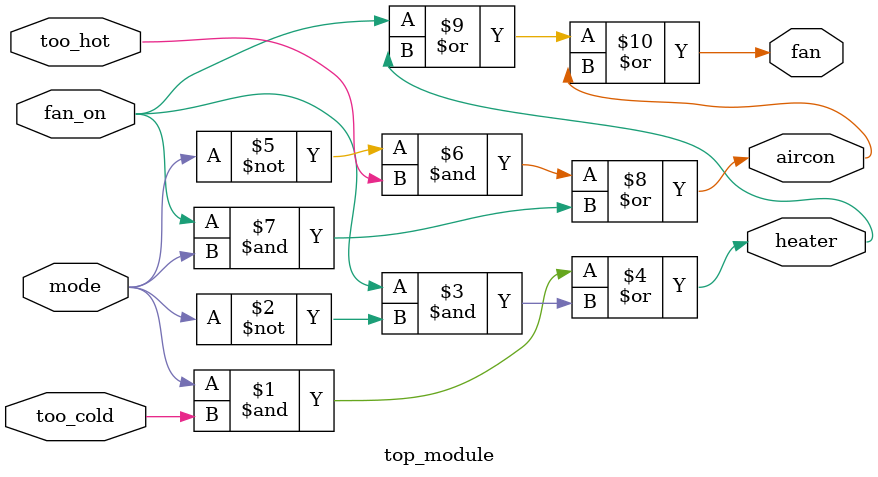
<source format=sv>
module top_module(
  input mode,
  input too_cold,
  input too_hot,
  input fan_on,
  output heater,
  output aircon,
  output fan
);

  // Declare internal signals
  wire fan_control;

  // Heater control logic
  assign heater = (mode & too_cold) | (fan_on & ~mode);

  // Air conditioner control logic
  assign aircon = (~mode & too_hot) | (fan_on & mode);

  // Fan control logic
  assign fan = fan_on | heater | aircon;

endmodule

</source>
